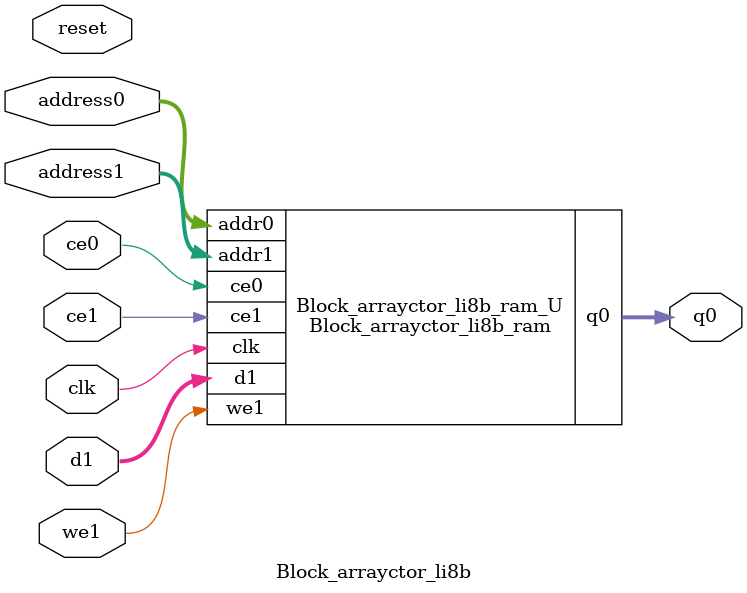
<source format=v>
`timescale 1 ns / 1 ps
module Block_arrayctor_li8b_ram (addr0, ce0, q0, addr1, ce1, d1, we1,  clk);

parameter DWIDTH = 5;
parameter AWIDTH = 5;
parameter MEM_SIZE = 32;

input[AWIDTH-1:0] addr0;
input ce0;
output reg[DWIDTH-1:0] q0;
input[AWIDTH-1:0] addr1;
input ce1;
input[DWIDTH-1:0] d1;
input we1;
input clk;

(* ram_style = "distributed" *)reg [DWIDTH-1:0] ram[0:MEM_SIZE-1];




always @(posedge clk)  
begin 
    if (ce0) begin
        q0 <= ram[addr0];
    end
end


always @(posedge clk)  
begin 
    if (ce1) begin
        if (we1) 
            ram[addr1] <= d1; 
    end
end


endmodule

`timescale 1 ns / 1 ps
module Block_arrayctor_li8b(
    reset,
    clk,
    address0,
    ce0,
    q0,
    address1,
    ce1,
    we1,
    d1);

parameter DataWidth = 32'd5;
parameter AddressRange = 32'd32;
parameter AddressWidth = 32'd5;
input reset;
input clk;
input[AddressWidth - 1:0] address0;
input ce0;
output[DataWidth - 1:0] q0;
input[AddressWidth - 1:0] address1;
input ce1;
input we1;
input[DataWidth - 1:0] d1;



Block_arrayctor_li8b_ram Block_arrayctor_li8b_ram_U(
    .clk( clk ),
    .addr0( address0 ),
    .ce0( ce0 ),
    .q0( q0 ),
    .addr1( address1 ),
    .ce1( ce1 ),
    .we1( we1 ),
    .d1( d1 ));

endmodule


</source>
